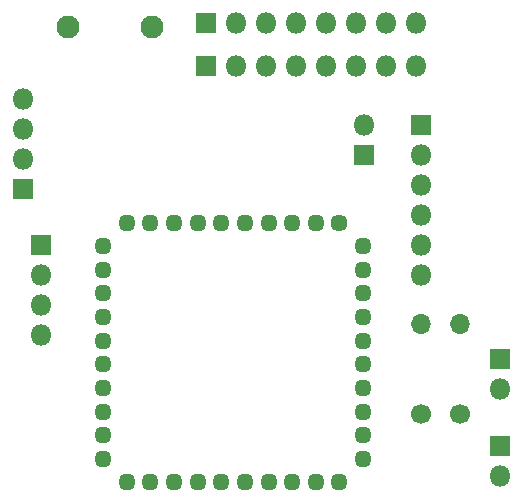
<source format=gbs>
G04 #@! TF.GenerationSoftware,KiCad,Pcbnew,(5.1.6)-1*
G04 #@! TF.CreationDate,2024-01-16T16:58:56-05:00*
G04 #@! TF.ProjectId,amiga-500-usb-kb-stamp,616d6967-612d-4353-9030-2d7573622d6b,rev?*
G04 #@! TF.SameCoordinates,Original*
G04 #@! TF.FileFunction,Soldermask,Bot*
G04 #@! TF.FilePolarity,Negative*
%FSLAX46Y46*%
G04 Gerber Fmt 4.6, Leading zero omitted, Abs format (unit mm)*
G04 Created by KiCad (PCBNEW (5.1.6)-1) date 2024-01-16 16:58:56*
%MOMM*%
%LPD*%
G01*
G04 APERTURE LIST*
%ADD10C,1.950000*%
%ADD11R,1.800000X1.800000*%
%ADD12O,1.800000X1.800000*%
%ADD13C,1.700000*%
%ADD14O,1.700000X1.700000*%
%ADD15O,1.450000X1.450000*%
%ADD16C,1.450000*%
G04 APERTURE END LIST*
D10*
X124479000Y-76200000D03*
X117329000Y-76200000D03*
D11*
X113538000Y-89916000D03*
D12*
X113538000Y-87376000D03*
X113538000Y-84836000D03*
X113538000Y-82296000D03*
D11*
X129032000Y-75819000D03*
D12*
X131572000Y-75819000D03*
X134112000Y-75819000D03*
X136652000Y-75819000D03*
X139192000Y-75819000D03*
X141732000Y-75819000D03*
X144272000Y-75819000D03*
X146812000Y-75819000D03*
X146812000Y-79502000D03*
X144272000Y-79502000D03*
X141732000Y-79502000D03*
X139192000Y-79502000D03*
X136652000Y-79502000D03*
X134112000Y-79502000D03*
X131572000Y-79502000D03*
D11*
X129032000Y-79502000D03*
X115062000Y-94615000D03*
D12*
X115062000Y-97155000D03*
X115062000Y-99695000D03*
X115062000Y-102235000D03*
D11*
X147193000Y-84455000D03*
D12*
X147193000Y-86995000D03*
X147193000Y-89535000D03*
X147193000Y-92075000D03*
X147193000Y-94615000D03*
X147193000Y-97155000D03*
D11*
X142367000Y-86995000D03*
D12*
X142367000Y-84455000D03*
D13*
X147193000Y-108966000D03*
D14*
X147193000Y-101346000D03*
X150495000Y-101346000D03*
D13*
X150495000Y-108966000D03*
D15*
X142318000Y-94759000D03*
X142318000Y-96759000D03*
X142318000Y-98759000D03*
X142318000Y-100759000D03*
X142318000Y-102759000D03*
X142318000Y-104759000D03*
X142318000Y-106759000D03*
X142318000Y-108759000D03*
X142318000Y-110759000D03*
X142318000Y-112759000D03*
X140318000Y-114759000D03*
X138318000Y-114759000D03*
X136318000Y-114759000D03*
X134318000Y-114759000D03*
X132318000Y-114759000D03*
X130318000Y-114759000D03*
X128318000Y-114759000D03*
X126318000Y-114759000D03*
X124318000Y-114759000D03*
X122318000Y-114759000D03*
X120318000Y-112759000D03*
X120318000Y-110759000D03*
X120318000Y-108759000D03*
X120318000Y-106759000D03*
X120318000Y-104759000D03*
X120318000Y-102759000D03*
X120318000Y-100759000D03*
X120318000Y-98759000D03*
X120318000Y-96759000D03*
X120318000Y-94759000D03*
X122318000Y-92759000D03*
X124318000Y-92759000D03*
X126318000Y-92759000D03*
X128318000Y-92759000D03*
X130318000Y-92759000D03*
X132318000Y-92759000D03*
X134318000Y-92759000D03*
X136318000Y-92759000D03*
X138318000Y-92759000D03*
D16*
X140318000Y-92759000D03*
D11*
X153924000Y-111633000D03*
D12*
X153924000Y-114173000D03*
X153924000Y-106807000D03*
D11*
X153924000Y-104267000D03*
M02*

</source>
